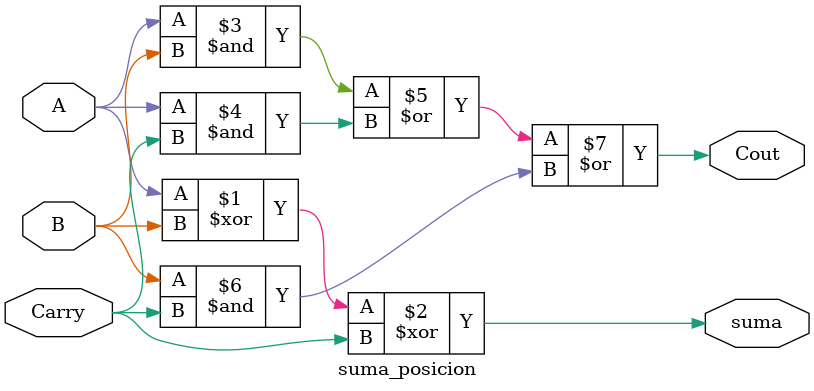
<source format=sv>
module suma_posicion (
    input  logic A,
    input  logic B,
    input  logic Carry,
    output logic suma,
    output logic Cout
);
    assign suma = A ^ B ^ Carry;
    assign Cout = (A & B) | (A & Carry) | (B & Carry);
endmodule

</source>
